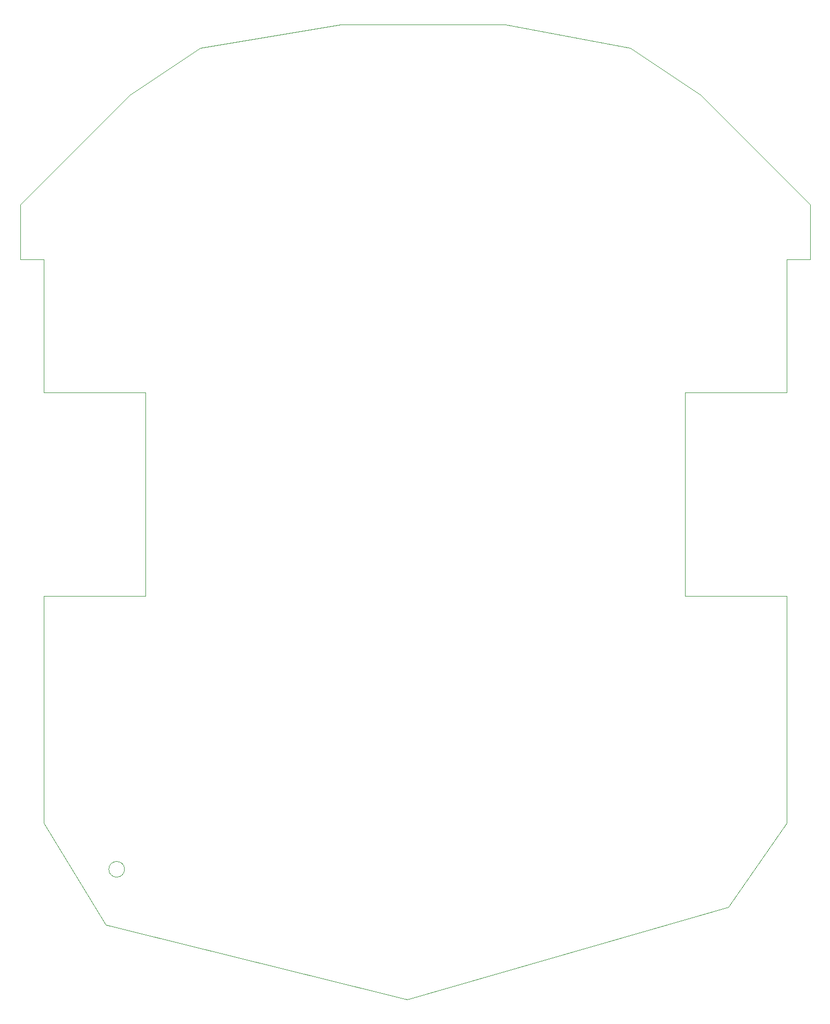
<source format=gm1>
G04 #@! TF.GenerationSoftware,KiCad,Pcbnew,8.0.7*
G04 #@! TF.CreationDate,2025-11-10T23:17:30-05:00*
G04 #@! TF.ProjectId,MotorBoardv3_2,4d6f746f-7242-46f6-9172-6476335f322e,V2.0.2b*
G04 #@! TF.SameCoordinates,Original*
G04 #@! TF.FileFunction,Profile,NP*
%FSLAX46Y46*%
G04 Gerber Fmt 4.6, Leading zero omitted, Abs format (unit mm)*
G04 Created by KiCad (PCBNEW 8.0.7) date 2025-11-10 23:17:30*
%MOMM*%
%LPD*%
G01*
G04 APERTURE LIST*
G04 #@! TA.AperFunction,Profile*
%ADD10C,0.100000*%
G04 #@! TD*
G04 #@! TA.AperFunction,Profile*
%ADD11C,0.050000*%
G04 #@! TD*
G04 APERTURE END LIST*
D10*
X168910000Y-62230000D02*
X172720000Y-62230000D01*
X172720000Y-53340000D02*
X154940000Y-35560000D01*
X44450000Y-62230000D02*
X48260000Y-62230000D01*
X107310000Y-182260000D02*
X159510000Y-167260000D01*
X168910000Y-153670000D02*
X168910000Y-116840000D01*
X48260000Y-153670000D02*
X58410000Y-170160000D01*
X168910000Y-116840000D02*
X152400000Y-116840000D01*
X159510000Y-167260000D02*
X168910000Y-153670000D01*
X73660000Y-27940000D02*
X62230000Y-35560000D01*
X48260000Y-116840000D02*
X48260000Y-153670000D01*
X168910000Y-83820000D02*
X168910000Y-62230000D01*
X152400000Y-83820000D02*
X168910000Y-83820000D01*
X152400000Y-116840000D02*
X152400000Y-83820000D01*
X48260000Y-62230000D02*
X48260000Y-83820000D01*
X96520000Y-24130000D02*
X73660000Y-27940000D01*
X44450000Y-53340000D02*
X44450000Y-62230000D01*
X58410000Y-170160000D02*
X107310000Y-182260000D01*
X154940000Y-35560000D02*
X143510000Y-27940000D01*
X62230000Y-35560000D02*
X44450000Y-53340000D01*
X143510000Y-27940000D02*
X123190000Y-24130000D01*
X64770000Y-116840000D02*
X48260000Y-116840000D01*
X64770000Y-83820000D02*
X64770000Y-116840000D01*
X48260000Y-83820000D02*
X64770000Y-83820000D01*
X123190000Y-24130000D02*
X96520000Y-24130000D01*
X172720000Y-62230000D02*
X172720000Y-53340000D01*
D11*
X61409792Y-161170000D02*
G75*
G02*
X58864208Y-161170000I-1272792J0D01*
G01*
X58864208Y-161170000D02*
G75*
G02*
X61409792Y-161170000I1272792J0D01*
G01*
M02*

</source>
